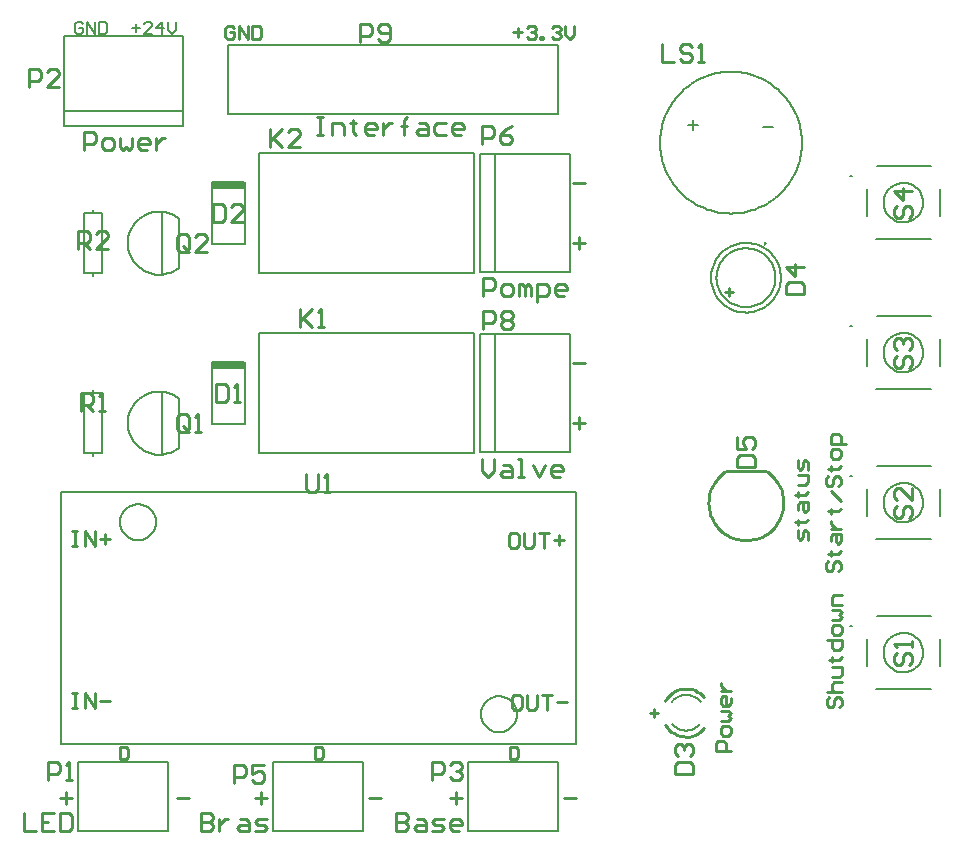
<source format=gto>
G04*
G04 #@! TF.GenerationSoftware,Altium Limited,Altium Designer,21.1.1 (26)*
G04*
G04 Layer_Color=65535*
%FSLAX25Y25*%
%MOIN*%
G70*
G04*
G04 #@! TF.SameCoordinates,57F2D21C-0FCB-4F51-B6BE-920437A83AD4*
G04*
G04*
G04 #@! TF.FilePolarity,Positive*
G04*
G01*
G75*
%ADD10C,0.01000*%
%ADD11C,0.00787*%
%ADD12C,0.00600*%
%ADD13C,0.00000*%
%ADD14C,0.00500*%
%ADD15C,0.00800*%
%ADD16C,0.00900*%
%ADD17R,0.11024X0.03150*%
D10*
X256069Y124719D02*
X255233Y124170D01*
X254443Y123557D01*
X253705Y122882D01*
X253023Y122151D01*
X252402Y121368D01*
X251846Y120537D01*
X251357Y119665D01*
X250940Y118756D01*
X250597Y117817D01*
X250330Y116853D01*
X250141Y115872D01*
X250031Y114878D01*
X250001Y113878D01*
X250050Y112880D01*
X250180Y111888D01*
X250388Y110910D01*
X250674Y109952D01*
X251035Y109020D01*
X251469Y108120D01*
X251975Y107257D01*
X252547Y106437D01*
X253184Y105666D01*
X253879Y104948D01*
X254630Y104288D01*
X255432Y103690D01*
X256278Y103158D01*
X257165Y102696D01*
X258085Y102305D01*
X259034Y101990D01*
X260005Y101751D01*
X260992Y101591D01*
X261988Y101511D01*
X262988Y101509D01*
X263985Y101588D01*
X264972Y101747D01*
X265944Y101984D01*
X266893Y102297D01*
X267814Y102686D01*
X268702Y103147D01*
X269549Y103677D01*
X270352Y104274D01*
X271104Y104932D01*
X271801Y105649D01*
X272439Y106419D01*
X273013Y107238D01*
X273520Y108099D01*
X273956Y108999D01*
X274319Y109931D01*
X274606Y110888D01*
X274816Y111866D01*
X274948Y112857D01*
X274999Y113855D01*
X274971Y114855D01*
X274863Y115849D01*
X274675Y116831D01*
X274410Y117795D01*
X274069Y118735D01*
X273653Y119644D01*
X273166Y120517D01*
X272611Y121349D01*
X271992Y122134D01*
X271311Y122866D01*
X270574Y123542D01*
X269786Y124157D01*
X268951Y124707D01*
X248628Y49142D02*
X247941Y49864D01*
X247170Y50495D01*
X246326Y51026D01*
X245423Y51447D01*
X244474Y51753D01*
X243495Y51938D01*
X242500Y52000D01*
X242500D02*
X241541Y51942D01*
X240595Y51770D01*
X239677Y51485D01*
X238799Y51092D01*
X237975Y50597D01*
X237217Y50007D01*
X236534Y49330D01*
X235938Y48576D01*
X235437Y47756D01*
X242500Y36000D02*
X243495Y36062D01*
X244474Y36247D01*
X245423Y36553D01*
X246326Y36974D01*
X247170Y37505D01*
X247941Y38136D01*
X248628Y38858D01*
X235572Y40000D02*
X236153Y39130D01*
X236843Y38343D01*
X237630Y37653D01*
X238500Y37072D01*
X239438Y36609D01*
X240429Y36273D01*
X241456Y36068D01*
X242500Y36000D01*
X256069Y124719D02*
X268939D01*
X42004Y231501D02*
Y237499D01*
X45003D01*
X46003Y236499D01*
Y234500D01*
X45003Y233500D01*
X42004D01*
X49002Y231501D02*
X51002D01*
X52001Y232501D01*
Y234500D01*
X51002Y235500D01*
X49002D01*
X48002Y234500D01*
Y232501D01*
X49002Y231501D01*
X54001Y235500D02*
Y232501D01*
X55000Y231501D01*
X56000Y232501D01*
X56999Y231501D01*
X57999Y232501D01*
Y235500D01*
X62998Y231501D02*
X60998D01*
X59999Y232501D01*
Y234500D01*
X60998Y235500D01*
X62998D01*
X63997Y234500D01*
Y233500D01*
X59999D01*
X65997Y235500D02*
Y231501D01*
Y233500D01*
X66996Y234500D01*
X67996Y235500D01*
X68996D01*
X23502Y252501D02*
Y258499D01*
X26501D01*
X27500Y257499D01*
Y255500D01*
X26501Y254500D01*
X23502D01*
X33498Y252501D02*
X29500D01*
X33498Y256500D01*
Y257499D01*
X32499Y258499D01*
X30499D01*
X29500Y257499D01*
X175004Y183001D02*
Y188999D01*
X178004D01*
X179003Y187999D01*
Y186000D01*
X178004Y185000D01*
X175004D01*
X182002Y183001D02*
X184002D01*
X185001Y184000D01*
Y186000D01*
X184002Y186999D01*
X182002D01*
X181003Y186000D01*
Y184000D01*
X182002Y183001D01*
X187001D02*
Y186999D01*
X188000D01*
X189000Y186000D01*
Y183001D01*
Y186000D01*
X190000Y186999D01*
X190999Y186000D01*
Y183001D01*
X192999Y181001D02*
Y186999D01*
X195998D01*
X196997Y186000D01*
Y184000D01*
X195998Y183001D01*
X192999D01*
X201996D02*
X199996D01*
X198997Y184000D01*
Y186000D01*
X199996Y186999D01*
X201996D01*
X202995Y186000D01*
Y185000D01*
X198997D01*
X174600Y233700D02*
Y239698D01*
X177599D01*
X178599Y238698D01*
Y236699D01*
X177599Y235699D01*
X174600D01*
X184597Y239698D02*
X182597Y238698D01*
X180598Y236699D01*
Y234700D01*
X181598Y233700D01*
X183597D01*
X184597Y234700D01*
Y235699D01*
X183597Y236699D01*
X180598D01*
X174504Y128499D02*
Y124500D01*
X176504Y122501D01*
X178503Y124500D01*
Y128499D01*
X181502Y126500D02*
X183502D01*
X184501Y125500D01*
Y122501D01*
X181502D01*
X180502Y123501D01*
X181502Y124500D01*
X184501D01*
X186501Y122501D02*
X188500D01*
X187500D01*
Y128499D01*
X186501D01*
X191499Y126500D02*
X193498Y122501D01*
X195498Y126500D01*
X200496Y122501D02*
X198497D01*
X197497Y123501D01*
Y125500D01*
X198497Y126500D01*
X200496D01*
X201496Y125500D01*
Y124500D01*
X197497D01*
X175002Y172001D02*
Y177999D01*
X178001D01*
X179000Y176999D01*
Y175000D01*
X178001Y174000D01*
X175002D01*
X181000Y176999D02*
X181999Y177999D01*
X183999D01*
X184998Y176999D01*
Y176000D01*
X183999Y175000D01*
X184998Y174000D01*
Y173001D01*
X183999Y172001D01*
X181999D01*
X181000Y173001D01*
Y174000D01*
X181999Y175000D01*
X181000Y176000D01*
Y176999D01*
X181999Y175000D02*
X183999D01*
X230500Y43833D02*
X233166D01*
X231833Y45166D02*
Y42500D01*
X256833Y185500D02*
Y182834D01*
X258166Y184167D02*
X255500D01*
X185999Y103998D02*
X184333D01*
X183500Y103165D01*
Y99833D01*
X184333Y99000D01*
X185999D01*
X186832Y99833D01*
Y103165D01*
X185999Y103998D01*
X188498D02*
Y99833D01*
X189331Y99000D01*
X190998D01*
X191831Y99833D01*
Y103998D01*
X193497D02*
X196829D01*
X195163D01*
Y99000D01*
X198495Y101499D02*
X201827D01*
X200161Y103165D02*
Y99833D01*
X186999Y49998D02*
X185333D01*
X184500Y49165D01*
Y45833D01*
X185333Y45000D01*
X186999D01*
X187832Y45833D01*
Y49165D01*
X186999Y49998D01*
X189498D02*
Y45833D01*
X190331Y45000D01*
X191998D01*
X192831Y45833D01*
Y49998D01*
X194497D02*
X197829D01*
X196163D01*
Y45000D01*
X199495Y47499D02*
X202827D01*
X38000Y50498D02*
X39666D01*
X38833D01*
Y45500D01*
X38000D01*
X39666D01*
X42165D02*
Y50498D01*
X45498Y45500D01*
Y50498D01*
X47164Y47999D02*
X50496D01*
X38000Y104498D02*
X39666D01*
X38833D01*
Y99500D01*
X38000D01*
X39666D01*
X42165D02*
Y104498D01*
X45498Y99500D01*
Y104498D01*
X47164Y101999D02*
X50496D01*
X48830Y103665D02*
Y100333D01*
X91999Y272249D02*
X91249Y272998D01*
X89750D01*
X89000Y272249D01*
Y269250D01*
X89750Y268500D01*
X91249D01*
X91999Y269250D01*
Y270749D01*
X90500D01*
X93499Y268500D02*
Y272998D01*
X96498Y268500D01*
Y272998D01*
X97997D02*
Y268500D01*
X100246D01*
X100996Y269250D01*
Y272249D01*
X100246Y272998D01*
X97997D01*
X185000Y270749D02*
X187999D01*
X186500Y272249D02*
Y269250D01*
X189499Y272249D02*
X190248Y272998D01*
X191748D01*
X192498Y272249D01*
Y271499D01*
X191748Y270749D01*
X190998D01*
X191748D01*
X192498Y270000D01*
Y269250D01*
X191748Y268500D01*
X190248D01*
X189499Y269250D01*
X193997Y268500D02*
Y269250D01*
X194747D01*
Y268500D01*
X193997D01*
X197746Y272249D02*
X198496Y272998D01*
X199995D01*
X200745Y272249D01*
Y271499D01*
X199995Y270749D01*
X199245D01*
X199995D01*
X200745Y270000D01*
Y269250D01*
X199995Y268500D01*
X198496D01*
X197746Y269250D01*
X202244Y272998D02*
Y270000D01*
X203744Y268500D01*
X205243Y270000D01*
Y272998D01*
X205000Y200499D02*
X208999D01*
X206999Y202499D02*
Y198500D01*
X205000Y220500D02*
X208999D01*
X205000Y160500D02*
X208999D01*
X205000Y140499D02*
X208999D01*
X206999Y142499D02*
Y138500D01*
X34000Y15499D02*
X37999D01*
X35999Y17499D02*
Y13500D01*
X99000Y15499D02*
X102999D01*
X100999Y17499D02*
Y13500D01*
X164000Y15499D02*
X167999D01*
X165999Y17499D02*
Y13500D01*
X202000Y15500D02*
X205999D01*
X137000D02*
X140999D01*
X73000D02*
X76999D01*
X54000Y32499D02*
Y28500D01*
X55999D01*
X56666Y29166D01*
Y31832D01*
X55999Y32499D01*
X54000D01*
X119000D02*
Y28500D01*
X120999D01*
X121666Y29166D01*
Y31832D01*
X120999Y32499D01*
X119000D01*
X184000D02*
Y28500D01*
X185999D01*
X186666Y29166D01*
Y31832D01*
X185999Y32499D01*
X184000D01*
X234500Y266998D02*
Y261000D01*
X238499D01*
X244497Y265998D02*
X243497Y266998D01*
X241498D01*
X240498Y265998D01*
Y264999D01*
X241498Y263999D01*
X243497D01*
X244497Y262999D01*
Y262000D01*
X243497Y261000D01*
X241498D01*
X240498Y262000D01*
X246496Y261000D02*
X248496D01*
X247496D01*
Y266998D01*
X246496Y265998D01*
X259501Y126002D02*
X265499D01*
Y129001D01*
X264499Y130000D01*
X260501D01*
X259501Y129001D01*
Y126002D01*
Y135998D02*
Y132000D01*
X262500D01*
X261500Y133999D01*
Y134999D01*
X262500Y135998D01*
X264499D01*
X265499Y134999D01*
Y132999D01*
X264499Y132000D01*
X239001Y23502D02*
X244999D01*
Y26501D01*
X243999Y27500D01*
X240001D01*
X239001Y26501D01*
Y23502D01*
X240001Y29500D02*
X239001Y30499D01*
Y32499D01*
X240001Y33498D01*
X241000D01*
X242000Y32499D01*
Y31499D01*
Y32499D01*
X243000Y33498D01*
X243999D01*
X244999Y32499D01*
Y30499D01*
X243999Y29500D01*
X276001Y183502D02*
X281999D01*
Y186501D01*
X280999Y187500D01*
X277001D01*
X276001Y186501D01*
Y183502D01*
X281999Y192499D02*
X276001D01*
X279000Y189500D01*
Y193498D01*
X313001Y64000D02*
X312001Y63000D01*
Y61001D01*
X313001Y60001D01*
X314000D01*
X315000Y61001D01*
Y63000D01*
X316000Y64000D01*
X316999D01*
X317999Y63000D01*
Y61001D01*
X316999Y60001D01*
X317999Y65999D02*
Y67999D01*
Y66999D01*
X312001D01*
X313001Y65999D01*
Y113000D02*
X312001Y112001D01*
Y110001D01*
X313001Y109002D01*
X314000D01*
X315000Y110001D01*
Y112001D01*
X316000Y113000D01*
X316999D01*
X317999Y112001D01*
Y110001D01*
X316999Y109002D01*
X317999Y118998D02*
Y115000D01*
X314000Y118998D01*
X313001D01*
X312001Y117999D01*
Y115999D01*
X313001Y115000D01*
Y213000D02*
X312001Y212001D01*
Y210001D01*
X313001Y209002D01*
X314000D01*
X315000Y210001D01*
Y212001D01*
X316000Y213000D01*
X316999D01*
X317999Y212001D01*
Y210001D01*
X316999Y209002D01*
X317999Y217999D02*
X312001D01*
X315000Y215000D01*
Y218998D01*
X313001Y163000D02*
X312001Y162001D01*
Y160001D01*
X313001Y159002D01*
X314000D01*
X315000Y160001D01*
Y162001D01*
X316000Y163000D01*
X316999D01*
X317999Y162001D01*
Y160001D01*
X316999Y159002D01*
X313001Y165000D02*
X312001Y165999D01*
Y167999D01*
X313001Y168998D01*
X314000D01*
X315000Y167999D01*
Y166999D01*
Y167999D01*
X316000Y168998D01*
X316999D01*
X317999Y167999D01*
Y165999D01*
X316999Y165000D01*
X86001Y153499D02*
Y147501D01*
X89000D01*
X90000Y148501D01*
Y152499D01*
X89000Y153499D01*
X86001D01*
X91999Y147501D02*
X93999D01*
X92999D01*
Y153499D01*
X91999Y152499D01*
X85002Y213499D02*
Y207501D01*
X88001D01*
X89000Y208501D01*
Y212499D01*
X88001Y213499D01*
X85002D01*
X94998Y207501D02*
X91000D01*
X94998Y211500D01*
Y212499D01*
X93999Y213499D01*
X91999D01*
X91000Y212499D01*
X114001Y178499D02*
Y172501D01*
Y174500D01*
X118000Y178499D01*
X115001Y175500D01*
X118000Y172501D01*
X119999D02*
X121999D01*
X120999D01*
Y178499D01*
X119999Y177499D01*
X104002Y238499D02*
Y232501D01*
Y234500D01*
X108000Y238499D01*
X105001Y235500D01*
X108000Y232501D01*
X113998D02*
X110000D01*
X113998Y236500D01*
Y237499D01*
X112999Y238499D01*
X110999D01*
X110000Y237499D01*
X158002Y21501D02*
Y27499D01*
X161001D01*
X162000Y26499D01*
Y24500D01*
X161001Y23500D01*
X158002D01*
X164000Y26499D02*
X164999Y27499D01*
X166999D01*
X167998Y26499D01*
Y25500D01*
X166999Y24500D01*
X165999D01*
X166999D01*
X167998Y23500D01*
Y22501D01*
X166999Y21501D01*
X164999D01*
X164000Y22501D01*
X146004Y10499D02*
Y4501D01*
X149003D01*
X150002Y5501D01*
Y6500D01*
X149003Y7500D01*
X146004D01*
X149003D01*
X150002Y8500D01*
Y9499D01*
X149003Y10499D01*
X146004D01*
X153001Y8500D02*
X155001D01*
X156000Y7500D01*
Y4501D01*
X153001D01*
X152002Y5501D01*
X153001Y6500D01*
X156000D01*
X158000Y4501D02*
X160999D01*
X161998Y5501D01*
X160999Y6500D01*
X158999D01*
X158000Y7500D01*
X158999Y8500D01*
X161998D01*
X166997Y4501D02*
X164997D01*
X163998Y5501D01*
Y7500D01*
X164997Y8500D01*
X166997D01*
X167997Y7500D01*
Y6500D01*
X163998D01*
X92002Y20501D02*
Y26499D01*
X95001D01*
X96000Y25499D01*
Y23500D01*
X95001Y22500D01*
X92002D01*
X101998Y26499D02*
X98000D01*
Y23500D01*
X99999Y24500D01*
X100999D01*
X101998Y23500D01*
Y21501D01*
X100999Y20501D01*
X98999D01*
X98000Y21501D01*
X81004Y10499D02*
Y4501D01*
X84003D01*
X85002Y5501D01*
Y6500D01*
X84003Y7500D01*
X81004D01*
X84003D01*
X85002Y8500D01*
Y9499D01*
X84003Y10499D01*
X81004D01*
X87002Y8500D02*
Y4501D01*
Y6500D01*
X88001Y7500D01*
X89001Y8500D01*
X90001D01*
X93999D02*
X95999D01*
X96998Y7500D01*
Y4501D01*
X93999D01*
X93000Y5501D01*
X93999Y6500D01*
X96998D01*
X98998Y4501D02*
X101997D01*
X102997Y5501D01*
X101997Y6500D01*
X99997D01*
X98998Y7500D01*
X99997Y8500D01*
X102997D01*
X134002Y267501D02*
Y273499D01*
X137001D01*
X138000Y272499D01*
Y270500D01*
X137001Y269500D01*
X134002D01*
X140000Y268501D02*
X140999Y267501D01*
X142999D01*
X143998Y268501D01*
Y272499D01*
X142999Y273499D01*
X140999D01*
X140000Y272499D01*
Y271500D01*
X140999Y270500D01*
X143998D01*
X119508Y242499D02*
X121507D01*
X120508D01*
Y236501D01*
X119508D01*
X121507D01*
X124506D02*
Y240500D01*
X127505D01*
X128505Y239500D01*
Y236501D01*
X131504Y241499D02*
Y240500D01*
X130504D01*
X132504D01*
X131504D01*
Y237501D01*
X132504Y236501D01*
X138502D02*
X136502D01*
X135503Y237501D01*
Y239500D01*
X136502Y240500D01*
X138502D01*
X139502Y239500D01*
Y238500D01*
X135503D01*
X141501Y240500D02*
Y236501D01*
Y238500D01*
X142500Y239500D01*
X143500Y240500D01*
X144500D01*
X148499Y236501D02*
Y241499D01*
Y239500D01*
X147499D01*
X149498D01*
X148499D01*
Y241499D01*
X149498Y242499D01*
X153497Y240500D02*
X155496D01*
X156496Y239500D01*
Y236501D01*
X153497D01*
X152497Y237501D01*
X153497Y238500D01*
X156496D01*
X162494Y240500D02*
X159495D01*
X158495Y239500D01*
Y237501D01*
X159495Y236501D01*
X162494D01*
X167492D02*
X165493D01*
X164493Y237501D01*
Y239500D01*
X165493Y240500D01*
X167492D01*
X168492Y239500D01*
Y238500D01*
X164493D01*
X77000Y138501D02*
Y142499D01*
X76000Y143499D01*
X74001D01*
X73001Y142499D01*
Y138501D01*
X74001Y137501D01*
X76000D01*
X75001Y139500D02*
X77000Y137501D01*
X76000D02*
X77000Y138501D01*
X78999Y137501D02*
X80999D01*
X79999D01*
Y143499D01*
X78999Y142499D01*
X77000Y198501D02*
Y202499D01*
X76001Y203499D01*
X74001D01*
X73002Y202499D01*
Y198501D01*
X74001Y197501D01*
X76001D01*
X75001Y199500D02*
X77000Y197501D01*
X76001D02*
X77000Y198501D01*
X82998Y197501D02*
X79000D01*
X82998Y201500D01*
Y202499D01*
X81999Y203499D01*
X79999D01*
X79000Y202499D01*
X41001Y144501D02*
Y150499D01*
X44000D01*
X45000Y149499D01*
Y147500D01*
X44000Y146500D01*
X41001D01*
X43001D02*
X45000Y144501D01*
X46999D02*
X48999D01*
X47999D01*
Y150499D01*
X46999Y149499D01*
X40002Y198501D02*
Y204499D01*
X43001D01*
X44000Y203499D01*
Y201500D01*
X43001Y200500D01*
X40002D01*
X42001D02*
X44000Y198501D01*
X49998D02*
X46000D01*
X49998Y202500D01*
Y203499D01*
X48999Y204499D01*
X46999D01*
X46000Y203499D01*
X116001Y123499D02*
Y118501D01*
X117001Y117501D01*
X119000D01*
X120000Y118501D01*
Y123499D01*
X121999Y117501D02*
X123999D01*
X122999D01*
Y123499D01*
X121999Y122499D01*
X30001Y21501D02*
Y27499D01*
X33000D01*
X34000Y26499D01*
Y24500D01*
X33000Y23500D01*
X30001D01*
X35999Y21501D02*
X37999D01*
X36999D01*
Y27499D01*
X35999Y26499D01*
X22003Y10499D02*
Y4501D01*
X26001D01*
X31999Y10499D02*
X28001D01*
Y4501D01*
X31999D01*
X28001Y7500D02*
X30000D01*
X33999Y10499D02*
Y4501D01*
X36998D01*
X37997Y5501D01*
Y9499D01*
X36998Y10499D01*
X33999D01*
D11*
X281122Y234000D02*
X281101Y235003D01*
X281037Y236003D01*
X280931Y237000D01*
X280782Y237992D01*
X280592Y238977D01*
X280360Y239952D01*
X280087Y240917D01*
X279773Y241869D01*
X279419Y242808D01*
X279025Y243730D01*
X278593Y244635D01*
X278122Y245520D01*
X277615Y246385D01*
X277071Y247228D01*
X276492Y248046D01*
X275879Y248840D01*
X275233Y249606D01*
X274554Y250345D01*
X273845Y251054D01*
X273107Y251732D01*
X272340Y252379D01*
X271547Y252992D01*
X270728Y253571D01*
X269885Y254115D01*
X269020Y254622D01*
X268135Y255093D01*
X267230Y255525D01*
X266308Y255919D01*
X265370Y256273D01*
X264417Y256587D01*
X263452Y256860D01*
X262477Y257092D01*
X261492Y257282D01*
X260501Y257431D01*
X259503Y257537D01*
X258503Y257601D01*
X257500Y257622D01*
X256498Y257601D01*
X255497Y257537D01*
X254500Y257431D01*
X253508Y257282D01*
X252523Y257092D01*
X251548Y256860D01*
X250583Y256587D01*
X249631Y256273D01*
X248692Y255919D01*
X247770Y255525D01*
X246865Y255093D01*
X245980Y254622D01*
X245115Y254115D01*
X244272Y253571D01*
X243454Y252992D01*
X242660Y252379D01*
X241894Y251732D01*
X241155Y251054D01*
X240446Y250345D01*
X239768Y249606D01*
X239121Y248840D01*
X238508Y248046D01*
X237929Y247228D01*
X237385Y246385D01*
X236878Y245520D01*
X236407Y244635D01*
X235975Y243730D01*
X235581Y242808D01*
X235227Y241869D01*
X234913Y240917D01*
X234640Y239952D01*
X234408Y238977D01*
X234218Y237992D01*
X234069Y237000D01*
X233963Y236003D01*
X233899Y235002D01*
X233878Y234000D01*
X233899Y232997D01*
X233963Y231997D01*
X234069Y230999D01*
X234218Y230008D01*
X234408Y229023D01*
X234640Y228048D01*
X234913Y227083D01*
X235227Y226131D01*
X235581Y225192D01*
X235975Y224270D01*
X236407Y223365D01*
X236878Y222480D01*
X237385Y221615D01*
X237929Y220772D01*
X238508Y219953D01*
X239121Y219160D01*
X239768Y218393D01*
X240446Y217655D01*
X241155Y216946D01*
X241894Y216267D01*
X242660Y215621D01*
X243454Y215008D01*
X244272Y214429D01*
X245115Y213885D01*
X245980Y213378D01*
X246865Y212907D01*
X247770Y212475D01*
X248692Y212081D01*
X249631Y211727D01*
X250583Y211413D01*
X251548Y211140D01*
X252523Y210908D01*
X253508Y210718D01*
X254500Y210569D01*
X255497Y210463D01*
X256498Y210399D01*
X257500Y210378D01*
X258503Y210399D01*
X259503Y210463D01*
X260501Y210569D01*
X261492Y210718D01*
X262477Y210908D01*
X263452Y211140D01*
X264417Y211413D01*
X265370Y211727D01*
X266308Y212081D01*
X267230Y212475D01*
X268135Y212907D01*
X269021Y213378D01*
X269885Y213885D01*
X270728Y214429D01*
X271547Y215008D01*
X272340Y215621D01*
X273107Y216268D01*
X273845Y216946D01*
X274554Y217655D01*
X275233Y218394D01*
X275879Y219160D01*
X276492Y219954D01*
X277071Y220772D01*
X277615Y221615D01*
X278122Y222480D01*
X278593Y223365D01*
X279025Y224270D01*
X279419Y225192D01*
X279773Y226131D01*
X280087Y227083D01*
X280360Y228048D01*
X280592Y229023D01*
X280782Y230008D01*
X280931Y231000D01*
X281037Y231997D01*
X281101Y232997D01*
X281122Y234000D01*
X297894Y72858D02*
X297106D01*
X297894D01*
Y122858D02*
X297106D01*
X297894D01*
Y222858D02*
X297106D01*
X297894D01*
Y172858D02*
X297106D01*
X297894D01*
X74700Y239500D02*
Y269500D01*
X35300D02*
X74700D01*
X35330Y239500D02*
X74700D01*
X35200D02*
Y269500D01*
X35500Y244500D02*
X74500D01*
X174000Y190800D02*
X204000D01*
Y230200D01*
X174000Y190800D02*
Y230170D01*
Y230300D02*
X204000D01*
X179000Y191000D02*
Y230000D01*
X174000Y130800D02*
X204000D01*
Y170200D01*
X174000Y130800D02*
Y170170D01*
Y170300D02*
X204000D01*
X179000Y131000D02*
Y170000D01*
X105000Y4500D02*
X135000D01*
X105000D02*
Y27500D01*
X135000Y4500D02*
Y27500D01*
X105000D02*
X135000D01*
X95512Y140067D02*
Y160933D01*
X84488Y140067D02*
Y160933D01*
Y140067D02*
X95512D01*
Y200067D02*
Y220933D01*
X84488Y200067D02*
Y220933D01*
Y200067D02*
X95512D01*
X170000Y27500D02*
X200000D01*
Y4500D02*
Y27500D01*
X170000Y4500D02*
Y27500D01*
Y4500D02*
X200000D01*
X90000Y266500D02*
X200000D01*
Y243500D02*
Y266500D01*
X90000Y243500D02*
Y266500D01*
Y243500D02*
X200000D01*
X45000Y130500D02*
X48000D01*
Y150500D01*
X42000D02*
X48000D01*
X42000Y130500D02*
Y150500D01*
Y130500D02*
X45000D01*
Y150500D02*
Y151400D01*
Y129600D02*
Y130500D01*
Y190500D02*
X48000D01*
Y210500D01*
X42000D02*
X48000D01*
X42000Y190500D02*
Y210500D01*
Y190500D02*
X45000D01*
Y210500D02*
Y211400D01*
Y189600D02*
Y190500D01*
X34250Y33500D02*
Y117500D01*
X205750Y33500D02*
Y117500D01*
X34250D02*
X205750D01*
X34250Y33500D02*
X205750D01*
X40000Y4500D02*
X70000D01*
X40000D02*
Y27500D01*
X70000Y4500D02*
Y27500D01*
X40000D02*
X70000D01*
D12*
X247354Y47527D02*
X246743Y48243D01*
X246027Y48854D01*
X245224Y49346D01*
X244354Y49706D01*
X243439Y49926D01*
X242500Y50000D01*
X242500D02*
X241579Y49929D01*
X240679Y49717D01*
X239823Y49370D01*
X239030Y48895D01*
X238319Y48304D01*
X237708Y47611D01*
X242500Y38000D02*
X243583Y38099D01*
X244631Y38391D01*
X245608Y38868D01*
X246483Y39513D01*
X247228Y40306D01*
X237772D02*
X238516Y39513D01*
X239392Y38868D01*
X240369Y38391D01*
X241417Y38099D01*
X242500Y38000D01*
D13*
X269299Y200417D02*
X268549Y200850D01*
Y199984D01*
X269299Y200417D01*
D14*
X272342Y189000D02*
X272292Y189996D01*
X272141Y190981D01*
X271891Y191946D01*
X271545Y192882D01*
X271106Y193777D01*
X270578Y194623D01*
X269968Y195411D01*
X269281Y196134D01*
X268525Y196783D01*
X267706Y197353D01*
X266835Y197837D01*
X265918Y198230D01*
X264967Y198528D01*
X263990Y198729D01*
X262999Y198830D01*
X262001D01*
X261010Y198729D01*
X260033Y198528D01*
X259082Y198230D01*
X258165Y197837D01*
X257294Y197353D01*
X256475Y196783D01*
X255719Y196134D01*
X255032Y195411D01*
X254422Y194623D01*
X253894Y193777D01*
X253455Y192881D01*
X253109Y191946D01*
X252859Y190981D01*
X252708Y189996D01*
X252658Y189000D01*
X252708Y188004D01*
X252859Y187019D01*
X253109Y186054D01*
X253455Y185118D01*
X253894Y184223D01*
X254422Y183377D01*
X255032Y182589D01*
X255719Y181866D01*
X256475Y181217D01*
X257294Y180647D01*
X258165Y180163D01*
X259082Y179770D01*
X260033Y179472D01*
X261010Y179271D01*
X262001Y179170D01*
X262999D01*
X263990Y179271D01*
X264967Y179472D01*
X265918Y179770D01*
X266835Y180163D01*
X267706Y180647D01*
X268525Y181217D01*
X269281Y181866D01*
X269968Y182589D01*
X270578Y183377D01*
X271106Y184223D01*
X271545Y185119D01*
X271891Y186054D01*
X272141Y187019D01*
X272292Y188004D01*
X272342Y189000D01*
X274114D02*
X274071Y189998D01*
X273942Y190989D01*
X273729Y191966D01*
X273433Y192920D01*
X273055Y193845D01*
X272600Y194735D01*
X272069Y195582D01*
X271468Y196380D01*
X270800Y197124D01*
X270071Y197807D01*
X269286Y198425D01*
X268451Y198974D01*
X267571Y199449D01*
X266654Y199846D01*
X265707Y200163D01*
X264735Y200397D01*
X263747Y200547D01*
X262750Y200611D01*
X261751Y200590D01*
X260757Y200483D01*
X259777Y200290D01*
X258816Y200014D01*
X257883Y199657D01*
X256984Y199221D01*
X256126Y198709D01*
X255315Y198125D01*
X254557Y197473D01*
X253858Y196759D01*
X253223Y195987D01*
X252657Y195164D01*
X252163Y194295D01*
X251746Y193387D01*
X251409Y192446D01*
X251154Y191480D01*
X250982Y190495D01*
X250897Y189500D01*
Y188500D01*
X250982Y187505D01*
X251154Y186520D01*
X251409Y185554D01*
X251746Y184613D01*
X252163Y183705D01*
X252657Y182836D01*
X253223Y182013D01*
X253858Y181241D01*
X254557Y180527D01*
X255315Y179875D01*
X256126Y179291D01*
X256984Y178779D01*
X257883Y178343D01*
X258816Y177986D01*
X259776Y177710D01*
X260757Y177517D01*
X261751Y177410D01*
X262750Y177389D01*
X263747Y177453D01*
X264735Y177603D01*
X265707Y177837D01*
X266654Y178154D01*
X267571Y178551D01*
X268451Y179026D01*
X269286Y179575D01*
X270071Y180193D01*
X270800Y180876D01*
X271468Y181620D01*
X272069Y182418D01*
X272600Y183265D01*
X273055Y184155D01*
X273433Y185080D01*
X273729Y186034D01*
X273942Y187011D01*
X274071Y188002D01*
X274114Y189000D01*
X321595Y64000D02*
X321517Y65007D01*
X321287Y65990D01*
X320910Y66926D01*
X320394Y67794D01*
X319752Y68573D01*
X318998Y69245D01*
X318150Y69793D01*
X317229Y70206D01*
X316255Y70474D01*
X315253Y70590D01*
X314244Y70551D01*
X313253Y70359D01*
X312302Y70017D01*
X311416Y69535D01*
X310613Y68923D01*
X309912Y68196D01*
X309332Y67370D01*
X308884Y66465D01*
X308579Y65503D01*
X308425Y64505D01*
Y63495D01*
X308579Y62497D01*
X308884Y61535D01*
X309332Y60630D01*
X309912Y59804D01*
X310613Y59077D01*
X311416Y58465D01*
X312302Y57982D01*
X313253Y57641D01*
X314244Y57449D01*
X315253Y57410D01*
X316255Y57526D01*
X317229Y57794D01*
X318150Y58207D01*
X318998Y58755D01*
X319752Y59427D01*
X320394Y60206D01*
X320910Y61074D01*
X321287Y62010D01*
X321517Y62993D01*
X321595Y64000D01*
Y114000D02*
X321517Y115007D01*
X321287Y115990D01*
X320910Y116926D01*
X320394Y117794D01*
X319752Y118573D01*
X318998Y119245D01*
X318150Y119793D01*
X317229Y120206D01*
X316255Y120474D01*
X315253Y120590D01*
X314244Y120551D01*
X313253Y120359D01*
X312302Y120018D01*
X311416Y119535D01*
X310613Y118923D01*
X309912Y118196D01*
X309332Y117370D01*
X308884Y116465D01*
X308579Y115503D01*
X308425Y114505D01*
Y113495D01*
X308579Y112497D01*
X308884Y111535D01*
X309332Y110630D01*
X309912Y109804D01*
X310613Y109077D01*
X311416Y108465D01*
X312302Y107983D01*
X313253Y107641D01*
X314244Y107449D01*
X315253Y107410D01*
X316255Y107526D01*
X317229Y107794D01*
X318150Y108207D01*
X318998Y108755D01*
X319752Y109427D01*
X320394Y110206D01*
X320910Y111074D01*
X321287Y112010D01*
X321517Y112993D01*
X321595Y114000D01*
Y214000D02*
X321517Y215007D01*
X321287Y215990D01*
X320910Y216926D01*
X320394Y217794D01*
X319752Y218573D01*
X318998Y219245D01*
X318150Y219793D01*
X317229Y220206D01*
X316255Y220474D01*
X315253Y220590D01*
X314244Y220551D01*
X313253Y220359D01*
X312302Y220018D01*
X311416Y219535D01*
X310613Y218923D01*
X309912Y218196D01*
X309332Y217370D01*
X308884Y216465D01*
X308579Y215503D01*
X308425Y214505D01*
Y213495D01*
X308579Y212497D01*
X308884Y211535D01*
X309332Y210630D01*
X309912Y209804D01*
X310613Y209077D01*
X311416Y208465D01*
X312302Y207982D01*
X313253Y207641D01*
X314244Y207449D01*
X315253Y207410D01*
X316255Y207526D01*
X317229Y207794D01*
X318150Y208207D01*
X318998Y208755D01*
X319752Y209427D01*
X320394Y210206D01*
X320910Y211074D01*
X321287Y212010D01*
X321517Y212993D01*
X321595Y214000D01*
Y164000D02*
X321517Y165007D01*
X321287Y165990D01*
X320910Y166926D01*
X320394Y167794D01*
X319752Y168573D01*
X318998Y169245D01*
X318150Y169793D01*
X317229Y170206D01*
X316255Y170474D01*
X315253Y170590D01*
X314244Y170551D01*
X313253Y170359D01*
X312302Y170018D01*
X311416Y169535D01*
X310613Y168923D01*
X309912Y168196D01*
X309332Y167370D01*
X308884Y166465D01*
X308579Y165503D01*
X308425Y164505D01*
Y163495D01*
X308579Y162497D01*
X308884Y161535D01*
X309332Y160630D01*
X309912Y159804D01*
X310613Y159077D01*
X311416Y158465D01*
X312302Y157983D01*
X313253Y157641D01*
X314244Y157449D01*
X315253Y157410D01*
X316255Y157526D01*
X317229Y157794D01*
X318150Y158207D01*
X318998Y158755D01*
X319752Y159427D01*
X320394Y160206D01*
X320910Y161074D01*
X321287Y162010D01*
X321517Y162993D01*
X321595Y164000D01*
X67884Y130040D02*
X68882Y130176D01*
X69863Y130407D01*
X70817Y130730D01*
X71736Y131144D01*
X72610Y131644D01*
X73433Y132226D01*
X56927Y137430D02*
X57273Y136470D01*
X57710Y135547D01*
X58234Y134672D01*
X58841Y133852D01*
X59525Y133094D01*
X60279Y132406D01*
X61097Y131795D01*
X61970Y131266D01*
X62890Y130824D01*
X63849Y130474D01*
X64837Y130219D01*
X65845Y130060D01*
X66864Y130000D01*
X67884Y130040D01*
X73433Y148774D02*
X72602Y149360D01*
X71719Y149864D01*
X70791Y150279D01*
X69827Y150603D01*
X68837Y150832D01*
X67829Y150965D01*
X66813Y150999D01*
X65798Y150934D01*
X64794Y150772D01*
X63811Y150514D01*
X62858Y150162D01*
X61942Y149719D01*
X61074Y149189D01*
X60262Y148579D01*
X59512Y147892D01*
X58832Y147136D01*
X58228Y146318D01*
X57706Y145446D01*
X57271Y144527D01*
X56928Y143570D01*
X56927Y143570D02*
X56673Y142563D01*
X56520Y141537D01*
X56468Y140500D01*
X56520Y139463D01*
X56673Y138436D01*
X56927Y137430D01*
X67884Y190040D02*
X68882Y190176D01*
X69863Y190407D01*
X70817Y190731D01*
X71736Y191144D01*
X72610Y191644D01*
X73433Y192226D01*
X56927Y197430D02*
X57273Y196470D01*
X57710Y195547D01*
X58234Y194672D01*
X58841Y193851D01*
X59525Y193094D01*
X60279Y192406D01*
X61097Y191795D01*
X61970Y191266D01*
X62890Y190824D01*
X63849Y190474D01*
X64837Y190219D01*
X65845Y190060D01*
X66864Y190000D01*
X67884Y190040D01*
X73433Y208774D02*
X72602Y209360D01*
X71719Y209864D01*
X70791Y210279D01*
X69827Y210603D01*
X68837Y210832D01*
X67829Y210965D01*
X66813Y210999D01*
X65798Y210934D01*
X64794Y210772D01*
X63811Y210514D01*
X62858Y210162D01*
X61942Y209719D01*
X61074Y209189D01*
X60262Y208579D01*
X59512Y207892D01*
X58832Y207136D01*
X58228Y206318D01*
X57706Y205446D01*
X57271Y204527D01*
X56928Y203570D01*
X56927Y203570D02*
X56673Y202564D01*
X56520Y201537D01*
X56468Y200500D01*
X56520Y199463D01*
X56673Y198436D01*
X56927Y197430D01*
X65850Y107500D02*
X65768Y108488D01*
X65525Y109448D01*
X65127Y110356D01*
X64585Y111185D01*
X63914Y111914D01*
X63132Y112523D01*
X62260Y112995D01*
X61323Y113316D01*
X60346Y113479D01*
X59355D01*
X58377Y113316D01*
X57440Y112995D01*
X56568Y112523D01*
X55786Y111914D01*
X55115Y111185D01*
X54573Y110356D01*
X54175Y109448D01*
X53932Y108488D01*
X53850Y107500D01*
X53932Y106512D01*
X54175Y105552D01*
X54573Y104644D01*
X55115Y103815D01*
X55786Y103086D01*
X56568Y102477D01*
X57440Y102005D01*
X58377Y101684D01*
X59355Y101521D01*
X60346D01*
X61323Y101684D01*
X62260Y102005D01*
X63132Y102477D01*
X63914Y103086D01*
X64585Y103815D01*
X65127Y104644D01*
X65525Y105552D01*
X65768Y106512D01*
X65850Y107500D01*
X186150Y43500D02*
X186068Y44488D01*
X185825Y45448D01*
X185427Y46356D01*
X184885Y47185D01*
X184214Y47914D01*
X183432Y48523D01*
X182560Y48995D01*
X181623Y49316D01*
X180646Y49479D01*
X179655D01*
X178677Y49316D01*
X177740Y48995D01*
X176868Y48523D01*
X176086Y47914D01*
X175415Y47185D01*
X174873Y46356D01*
X174475Y45448D01*
X174232Y44488D01*
X174150Y43500D01*
X174232Y42512D01*
X174475Y41552D01*
X174873Y40644D01*
X175415Y39815D01*
X176086Y39086D01*
X176868Y38477D01*
X177740Y38005D01*
X178677Y37684D01*
X179655Y37521D01*
X180646D01*
X181623Y37684D01*
X182560Y38005D01*
X183432Y38477D01*
X184214Y39086D01*
X184885Y39815D01*
X185427Y40644D01*
X185825Y41552D01*
X186068Y42512D01*
X186150Y43500D01*
X305945Y51795D02*
X324055D01*
X302795Y59472D02*
Y68528D01*
X327205Y59472D02*
Y68528D01*
X306339Y76205D02*
X324055D01*
X305945Y101795D02*
X324055D01*
X302795Y109472D02*
Y118528D01*
X327205Y109472D02*
Y118528D01*
X306339Y126205D02*
X324055D01*
X306339Y226205D02*
X324055D01*
X327205Y209472D02*
Y218528D01*
X302795Y209472D02*
Y218528D01*
X305945Y201795D02*
X324055D01*
X305945Y151795D02*
X324055D01*
X302795Y159472D02*
Y168528D01*
X327205Y159472D02*
Y168528D01*
X306339Y176205D02*
X324055D01*
X100079Y130500D02*
Y170579D01*
X171732D01*
Y130500D02*
Y170579D01*
X100079Y130500D02*
X171732D01*
X100079Y190500D02*
Y230579D01*
X171732D01*
Y190500D02*
Y230579D01*
X100079Y190500D02*
X171732D01*
X73469Y132254D02*
Y148746D01*
X67969Y130048D02*
Y150952D01*
X73469Y192254D02*
Y208746D01*
X67969Y190048D02*
Y210952D01*
D15*
X268300Y239300D02*
X271632D01*
X243300Y239966D02*
X246632D01*
X244966Y241632D02*
Y238300D01*
X57800Y272299D02*
X60466D01*
X59133Y273632D02*
Y270966D01*
X64464Y270300D02*
X61799D01*
X64464Y272966D01*
Y273632D01*
X63798Y274299D01*
X62465D01*
X61799Y273632D01*
X67797Y270300D02*
Y274299D01*
X65797Y272299D01*
X68463D01*
X69796Y274299D02*
Y271633D01*
X71129Y270300D01*
X72462Y271633D01*
Y274299D01*
X41466Y273632D02*
X40799Y274299D01*
X39466D01*
X38800Y273632D01*
Y270966D01*
X39466Y270300D01*
X40799D01*
X41466Y270966D01*
Y272299D01*
X40133D01*
X42799Y270300D02*
Y274299D01*
X45465Y270300D01*
Y274299D01*
X46797D02*
Y270300D01*
X48797D01*
X49463Y270966D01*
Y273632D01*
X48797Y274299D01*
X46797D01*
D16*
X283083Y101671D02*
Y104170D01*
X282250Y105003D01*
X281417Y104170D01*
Y102504D01*
X280584Y101671D01*
X279750Y102504D01*
Y105003D01*
X278917Y107502D02*
X279750D01*
Y106669D01*
Y108335D01*
Y107502D01*
X282250D01*
X283083Y108335D01*
X279750Y111668D02*
Y113334D01*
X280584Y114167D01*
X283083D01*
Y111668D01*
X282250Y110835D01*
X281417Y111668D01*
Y114167D01*
X278917Y116666D02*
X279750D01*
Y115833D01*
Y117499D01*
Y116666D01*
X282250D01*
X283083Y117499D01*
X279750Y119998D02*
X282250D01*
X283083Y120831D01*
Y123331D01*
X279750D01*
X283083Y124997D02*
Y127496D01*
X282250Y128329D01*
X281417Y127496D01*
Y125830D01*
X280584Y124997D01*
X279750Y125830D01*
Y128329D01*
X257499Y31254D02*
X252501D01*
Y33753D01*
X253334Y34586D01*
X255000D01*
X255833Y33753D01*
Y31254D01*
X257499Y37085D02*
Y38751D01*
X256666Y39584D01*
X255000D01*
X254167Y38751D01*
Y37085D01*
X255000Y36252D01*
X256666D01*
X257499Y37085D01*
X254167Y41250D02*
X256666D01*
X257499Y42083D01*
X256666Y42917D01*
X257499Y43750D01*
X256666Y44583D01*
X254167D01*
X257499Y48748D02*
Y47082D01*
X256666Y46249D01*
X255000D01*
X254167Y47082D01*
Y48748D01*
X255000Y49581D01*
X255833D01*
Y46249D01*
X254167Y51247D02*
X257499D01*
X255833D01*
X255000Y52080D01*
X254167Y52913D01*
Y53746D01*
X290334Y49088D02*
X289501Y48255D01*
Y46589D01*
X290334Y45756D01*
X291167D01*
X292000Y46589D01*
Y48255D01*
X292833Y49088D01*
X293666D01*
X294499Y48255D01*
Y46589D01*
X293666Y45756D01*
X289501Y50754D02*
X294499D01*
X292000D01*
X291167Y51587D01*
Y53254D01*
X292000Y54087D01*
X294499D01*
X291167Y55753D02*
X293666D01*
X294499Y56586D01*
Y59085D01*
X291167D01*
X290334Y61584D02*
X291167D01*
Y60751D01*
Y62417D01*
Y61584D01*
X293666D01*
X294499Y62417D01*
X289501Y68249D02*
X294499D01*
Y65750D01*
X293666Y64916D01*
X292000D01*
X291167Y65750D01*
Y68249D01*
X294499Y70748D02*
Y72414D01*
X293666Y73247D01*
X292000D01*
X291167Y72414D01*
Y70748D01*
X292000Y69915D01*
X293666D01*
X294499Y70748D01*
X291167Y74913D02*
X293666D01*
X294499Y75746D01*
X293666Y76579D01*
X294499Y77412D01*
X293666Y78246D01*
X291167D01*
X294499Y79912D02*
X291167D01*
Y82411D01*
X292000Y83244D01*
X294499D01*
X290001Y94423D02*
X289168Y93590D01*
Y91924D01*
X290001Y91091D01*
X290834D01*
X291667Y91924D01*
Y93590D01*
X292500Y94423D01*
X293333D01*
X294166Y93590D01*
Y91924D01*
X293333Y91091D01*
X290001Y96922D02*
X290834D01*
Y96089D01*
Y97755D01*
Y96922D01*
X293333D01*
X294166Y97755D01*
X290834Y101087D02*
Y102754D01*
X291667Y103587D01*
X294166D01*
Y101087D01*
X293333Y100254D01*
X292500Y101087D01*
Y103587D01*
X290834Y105253D02*
X294166D01*
X292500D01*
X291667Y106086D01*
X290834Y106919D01*
Y107752D01*
X290001Y111084D02*
X290834D01*
Y110251D01*
Y111917D01*
Y111084D01*
X293333D01*
X294166Y111917D01*
Y114417D02*
X290834Y117749D01*
X290001Y122747D02*
X289168Y121914D01*
Y120248D01*
X290001Y119415D01*
X290834D01*
X291667Y120248D01*
Y121914D01*
X292500Y122747D01*
X293333D01*
X294166Y121914D01*
Y120248D01*
X293333Y119415D01*
X290001Y125246D02*
X290834D01*
Y124413D01*
Y126079D01*
Y125246D01*
X293333D01*
X294166Y126079D01*
Y129412D02*
Y131078D01*
X293333Y131911D01*
X291667D01*
X290834Y131078D01*
Y129412D01*
X291667Y128579D01*
X293333D01*
X294166Y129412D01*
X295832Y133577D02*
X290834D01*
Y136076D01*
X291667Y136909D01*
X293333D01*
X294166Y136076D01*
Y133577D01*
D17*
X90007Y159752D02*
D03*
X90005Y219752D02*
D03*
M02*

</source>
